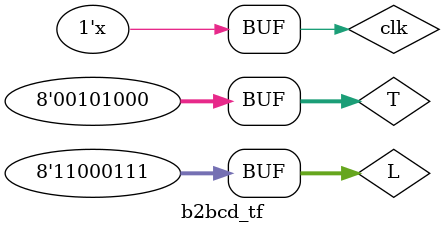
<source format=v>
`timescale 1ns / 1ps


module b2bcd_tf;
	reg clk;
	reg [7:0] T;
	reg [7:0] L;
	wire [11:0] DT;
	wire [11:0] DL;

	b2bcd uut (
		.clk(clk), 
		.T(T), 
		.L(L), 
		.DT(DT), 
		.DL(DL)
	);
	always
	#5 clk = ~clk;
	initial begin
		clk = 0;
		T = 0;
		L = 0;
		#1 T = 123; L = 255;
		#100 T = 9; L = 231;
		#100 T = 0; L = 100;
		#100 T = 40; L = 199;
	end
endmodule


</source>
